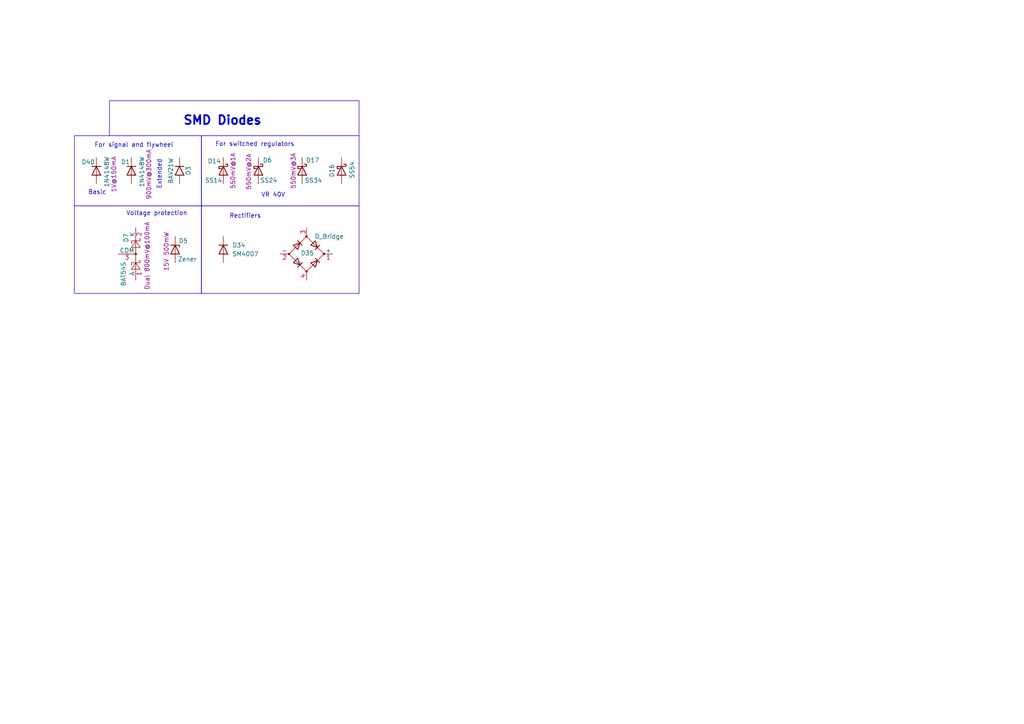
<source format=kicad_sch>
(kicad_sch (version 20231120) (generator "eeschema") (generator_version "8.0")
  (paper "A4")
  (lib_symbols
    (symbol "1_Library_GF:BAV21W" (pin_numbers hide) (pin_names hide)
      (property "Reference" "D" (at 0 2.54 0))
      (property "Value" "BAV21W" (at 0 -2.54 0))
      (property "Description" "50V 1A General Purpose Rectifier Diode, DO-41" (at 0 0 0))
      (symbol "BAV21W_0_1"
        (polyline (pts (xy -1.27 1.27) (xy -1.27 -1.27)) (stroke (width 0.254)))
        (polyline (pts (xy 1.27 1.27) (xy 1.27 -1.27) (xy -1.27 0) (xy 1.27 1.27)) (stroke (width 0.254)))
      )
      (symbol "BAV21W_1_1"
        (pin passive line (at -3.81 0 0) (length 2.54) (name "K") (number "1"))
        (pin passive line (at 3.81 0 180) (length 2.54) (name "A") (number "2"))
      )
    )
    (symbol "Device:D_Bridge_+-AA" (pin_names (offset 0))
      (property "Reference" "D" (at 2.54 6.985 0))
      (property "Value" "D_Bridge_+-AA" (at 2.54 5.08 0))
      (symbol "D_Bridge_+-AA_0_1"
        (circle (center -5.08 0) (radius 0.254) (fill (type outline)))
        (circle (center 0 -5.08) (radius 0.254) (fill (type outline)))
        (polyline (pts (xy -2.54 3.81) (xy -1.27 2.54)) (stroke (width 0.254)))
        (polyline (pts (xy -1.27 -2.54) (xy -2.54 -3.81)) (stroke (width 0.254)))
        (polyline (pts (xy 2.54 -1.27) (xy 3.81 -2.54)) (stroke (width 0.254)))
        (polyline (pts (xy 2.54 1.27) (xy 3.81 2.54)) (stroke (width 0.254)))
        (polyline (pts (xy -3.81 2.54) (xy -2.54 1.27) (xy -1.905 3.175) (xy -3.81 2.54)) (stroke (width 0.254)))
        (polyline (pts (xy -2.54 -1.27) (xy -3.81 -2.54) (xy -1.905 -3.175) (xy -2.54 -1.27)) (stroke (width 0.254)))
        (polyline (pts (xy 1.27 2.54) (xy 2.54 3.81) (xy 3.175 1.905) (xy 1.27 2.54)) (stroke (width 0.254)))
        (polyline (pts (xy 3.175 -1.905) (xy 1.27 -2.54) (xy 2.54 -3.81) (xy 3.175 -1.905)) (stroke (width 0.254)))
        (polyline (pts (xy -5.08 0) (xy 0 -5.08) (xy 5.08 0) (xy 0 5.08) (xy -5.08 0)))
        (circle (center 0 5.08) (radius 0.254) (fill (type outline)))
        (circle (center 5.08 0) (radius 0.254) (fill (type outline)))
      )
      (symbol "D_Bridge_+-AA_1_1"
        (pin passive line (at 7.62 0 180) (length 2.54) (name "+") (number "1"))
        (pin passive line (at -7.62 0 0) (length 2.54) (name "-") (number "2"))
        (pin passive line (at 0 7.62 270) (length 2.54) (name "~") (number "3"))
        (pin passive line (at 0 -7.62 90) (length 2.54) (name "~") (number "4"))
      )
    )
    (symbol "Device:D_Zener" (pin_numbers hide) (pin_names (offset 1.016) hide)
      (property "Reference" "D" (at 0 2.54 0))
      (property "Value" "D_Zener" (at 0 -2.54 0))
      (symbol "D_Zener_0_1"
        (polyline (pts (xy 1.27 0) (xy -1.27 0)))
        (polyline (pts (xy -1.27 -1.27) (xy -1.27 1.27) (xy -0.762 1.27)) (stroke (width 0.254)))
        (polyline (pts (xy 1.27 -1.27) (xy 1.27 1.27) (xy -1.27 0) (xy 1.27 -1.27)) (stroke (width 0.254)))
      )
      (symbol "D_Zener_1_1"
        (pin passive line (at -3.81 0 0) (length 2.54) (name "K") (number "1"))
        (pin passive line (at 3.81 0 180) (length 2.54) (name "A") (number "2"))
      )
    )
    (symbol "Diode:1N4148W" (pin_numbers hide) (pin_names hide)
      (property "Reference" "D" (at 0 2.54 0))
      (property "Value" "1N4148W" (at 0 -2.54 0))
      (symbol "1N4148W_0_1"
        (polyline (pts (xy -1.27 1.27) (xy -1.27 -1.27)) (stroke (width 0.254)))
        (polyline (pts (xy 1.27 0) (xy -1.27 0)))
        (polyline (pts (xy 1.27 1.27) (xy 1.27 -1.27) (xy -1.27 0) (xy 1.27 1.27)) (stroke (width 0.254)))
      )
      (symbol "1N4148W_1_1"
        (pin passive line (at -3.81 0 0) (length 2.54) (name "K") (number "1"))
        (pin passive line (at 3.81 0 180) (length 2.54) (name "A") (number "2"))
      )
    )
    (symbol "Diode:BAT54S" (pin_names (offset 0))
      (property "Reference" "D" (at 2.54 -5.08 0))
      (property "Value" "BAT54S" (at -6.35 3.175 0))
      (symbol "BAT54S_0_1"
        (polyline (pts (xy -3.81 0) (xy -1.27 0)))
        (polyline (pts (xy -3.175 -1.27) (xy -3.175 -1.016)))
        (polyline (pts (xy -2.54 -1.27) (xy -3.175 -1.27)))
        (polyline (pts (xy -2.54 -1.27) (xy -2.54 1.27)))
        (polyline (pts (xy -2.54 1.27) (xy -1.905 1.27)))
        (polyline (pts (xy -1.905 0) (xy 1.905 0)))
        (polyline (pts (xy -1.905 1.27) (xy -1.905 1.016)))
        (polyline (pts (xy 1.27 0) (xy 3.81 0)))
        (polyline (pts (xy 3.175 -1.27) (xy 3.175 -1.016)))
        (polyline (pts (xy 3.81 -1.27) (xy 3.175 -1.27)))
        (polyline (pts (xy 3.81 -1.27) (xy 3.81 1.27)))
        (polyline (pts (xy 3.81 1.27) (xy 4.445 1.27)))
        (polyline (pts (xy 4.445 1.27) (xy 4.445 1.016)))
        (polyline (pts (xy -4.445 1.27) (xy -4.445 -1.27) (xy -2.54 0) (xy -4.445 1.27)))
        (polyline (pts (xy 1.905 1.27) (xy 1.905 -1.27) (xy 3.81 0) (xy 1.905 1.27)))
        (circle (center 0 0) (radius 0.254) (fill (type outline)))
      )
      (symbol "BAT54S_1_1"
        (pin passive line (at -7.62 0 0) (length 3.81) (name "A") (number "1"))
        (pin passive line (at 7.62 0 180) (length 3.81) (name "K") (number "2"))
        (pin passive line (at 0 -5.08 90) (length 5.08) (name "COM") (number "3"))
      )
    )
    (symbol "Diode:SM4007" (pin_numbers hide) (pin_names hide)
      (property "Reference" "D" (at 0 2.54 0))
      (property "Value" "SM4007" (at 0 -2.54 0))
      (symbol "SM4007_0_1"
        (polyline (pts (xy -1.27 1.27) (xy -1.27 -1.27)) (stroke (width 0.254)))
        (polyline (pts (xy 1.27 0) (xy -1.27 0)))
        (polyline (pts (xy 1.27 1.27) (xy 1.27 -1.27) (xy -1.27 0) (xy 1.27 1.27)) (stroke (width 0.254)))
      )
      (symbol "SM4007_1_1"
        (pin passive line (at -3.81 0 0) (length 2.54) (name "K") (number "1"))
        (pin passive line (at 3.81 0 180) (length 2.54) (name "A") (number "2"))
      )
    )
    (symbol "Diode:SS14" (pin_numbers hide) (pin_names (offset 1.016) hide)
      (property "Reference" "D" (at 0 2.54 0))
      (property "Value" "SS14" (at 0 -2.54 0))
      (symbol "SS14_0_1"
        (polyline (pts (xy 1.27 0) (xy -1.27 0)))
        (polyline (pts (xy 1.27 1.27) (xy 1.27 -1.27) (xy -1.27 0) (xy 1.27 1.27)) (stroke (width 0.254)))
        (polyline (pts (xy -1.905 0.635) (xy -1.905 1.27) (xy -1.27 1.27) (xy -1.27 -1.27) (xy -0.635 -1.27) (xy -0.635 -0.635)) (stroke (width 0.254)))
      )
      (symbol "SS14_1_1"
        (pin passive line (at -3.81 0 0) (length 2.54) (name "K") (number "1"))
        (pin passive line (at 3.81 0 180) (length 2.54) (name "A") (number "2"))
      )
    )
    (symbol "Diode:SS34" (pin_numbers hide) (pin_names (offset 1.016) hide)
      (property "Reference" "D" (at 0 2.54 0))
      (property "Value" "SS34" (at 0 -2.54 0))
      (symbol "SS34_0_1"
        (polyline (pts (xy 1.27 0) (xy -1.27 0)))
        (polyline (pts (xy 1.27 1.27) (xy 1.27 -1.27) (xy -1.27 0) (xy 1.27 1.27)) (stroke (width 0.254)))
        (polyline (pts (xy -1.905 0.635) (xy -1.905 1.27) (xy -1.27 1.27) (xy -1.27 -1.27) (xy -0.635 -1.27) (xy -0.635 -0.635)) (stroke (width 0.254)))
      )
      (symbol "SS34_1_1"
        (pin passive line (at -3.81 0 0) (length 2.54) (name "K") (number "1"))
        (pin passive line (at 3.81 0 180) (length 2.54) (name "A") (number "2"))
      )
    )
  )
  (rectangle (start 21.59 39.37) (end 58.42 59.69))
  (rectangle (start 21.59 59.69) (end 58.42 85.09))
  (rectangle (start 31.75 29.21) (end 104.14 39.37))
  (rectangle (start 58.42 39.37) (end 104.14 59.69))
  (rectangle (start 58.42 59.69) (end 104.14 85.09))
  (text "For switched regulators" (at 73.914 41.91 0) (effects (font (size 1.27 1.27))))
  (text "Rectifiers" (at 71.12 62.738 0) (effects (font (size 1.27 1.27))))
  (text "SMD Diodes" (at 64.516 35.052 0) (effects (font (size 2.54 2.54) (thickness 0.508) (bold yes))))
  (text "Extended" (at 46.228 50.546 90) (effects (font (size 1.27 1.27))))
  (text "Basic" (at 28.194 55.88 0) (effects (font (size 1.27 1.27))))
  (text "For signal and flywheel" (at 38.862 42.164 0) (effects (font (size 1.27 1.27))))
  (text "VR 40V" (at 79.248 56.642 0) (effects (font (size 1.27 1.27))))
  (text "Voltage protection" (at 45.466 61.976 0) (effects (font (size 1.27 1.27))))
  (symbol (lib_id "Diode:SM4007") (at 64.77 72.39 270) (unit 1)
    (property "Reference" "D34" (at 67.31 71.1199 90) (effects (justify left)))
    (property "Value" "SM4007" (at 67.31 73.6599 90) (effects (justify left)))
    (property "Footprint" "Diode_SMD:D_MELF" (effects (hide yes)))
    (property "Datasheet" "http://cdn-reichelt.de/documents/datenblatt/A400/SMD1N400%23DIO.pdf" (effects (hide yes)))
    (property "Description" "1000V 1A General Purpose Rectifier Diode, MELF" (effects (hide yes)))
    (property "Sim.Device" "D" (effects (hide yes)))
    (property "Sim.Pins" "1=K 2=A" (effects (hide yes)))
  )
  (symbol (lib_id "Device:D_Zener") (at 50.8 72.39 270) (unit 1)
    (property "Reference" "D5" (at 51.816 69.85 90) (effects (justify left)))
    (property "Value" "Zener" (at 51.562 75.184 90) (effects (justify left)))
    (property "Footprint" "Diode_SMD:D_MiniMELF" (effects (hide yes)))
    (property "Datasheet" "https://www.lcsc.com/datasheet/C181075.pdf" (effects (hide yes)))
    (property "Description" "Zener Diode Independent 15.3V~17.1V 500mW Surface Mount LL-34(SOD-80)" (effects (hide yes)))
    (property "LCSC" "C181075" (effects (hide yes)))
    (property "Observations" "15V 500mW" (at 48.26 72.898 0))
  )
  (symbol (lib_id "1_Library_GF:BAV21W") (at 52.07 49.53 270) (unit 1)
    (property "Reference" "D3" (at 54.61 49.53 0))
    (property "Value" "BAV21W" (at 49.53 49.53 0))
    (property "Footprint" "Diode_SMD:D_SOD-123" (effects (hide yes)))
    (property "Datasheet" "https://www.lcsc.com/datasheet/lcsc_datasheet_2411211943_MDD-Microdiode-Semiconductor-BAV21W_C113947.pdf" (effects (hide yes)))
    (property "Description" "250V Independent Type 1.25V@200mA 50ns 200mA SOD-123 Switching Diodes ROHS" (effects (hide yes)))
    (property "Manufacturer " "MDD(Microdiode Semiconductor)" (effects (hide yes)))
    (property "Mfr. Part Number" "BAV21W" (effects (hide yes)))
    (property "LCSC" "C113947" (effects (hide yes)))
  )
  (symbol (lib_id "Diode:SS34") (at 99.06 49.53 270) (unit 1)
    (property "Reference" "D16" (at 96.266 49.53 0))
    (property "Value" "SS54" (at 102.108 49.276 0))
    (property "Footprint" "Diode_SMD:D_SMA" (effects (hide yes)))
    (property "Datasheet" "https://lcsc.com/datasheet/lcsc_datasheet_2410122011_TWGMC-SS54_C727065.pdf" (effects (hide yes)))
    (property "Description" "40V Independent Type 550mV@5A 5A SMA(DO-214AC) Schottky Diodes ROHS" (effects (hide yes)))
    (property "LCSC" "C727065" (effects (hide yes)))
    (property "Manufacturer " "TWGMC" (effects (hide yes)))
    (property "Mfr. Part Number" "SS54" (effects (hide yes)))
    (property "Observations" "Accepts other suppliers" (effects (hide yes)))
  )
  (symbol (lib_id "Diode:SS14") (at 74.93 49.53 270) (unit 1)
    (property "Reference" "D6" (at 76.2 46.482 90) (effects (justify left)))
    (property "Value" "SS24" (at 75.438 52.324 90) (effects (justify left)))
    (property "Footprint" "Diode_SMD:D_SMB" (effects (hide yes)))
    (property "Datasheet" "https://www.vishay.com/docs/88746/ss12.pdf" (effects (hide yes)))
    (property "Description" "40V 2A Schottky Diode, SMB" (effects (hide yes)))
    (property "LCSC" "C5190156" (effects (hide yes)))
    (property "Observations" "550mV@2A" (at 72.136 49.784 0))
  )
  (symbol (lib_id "Device:D_Bridge_+-AA") (at 88.9 73.66 0) (unit 1)
    (property "Reference" "D35" (at 89.154 73.406 0))
    (property "Value" "D_Bridge" (at 95.504 68.58 0))
    (property "Footprint" "Diode_SMD:Diode_Bridge_Diotec_ABS" (effects (hide yes)))
    (property "Datasheet" "https://www.lcsc.com/datasheet/C193012.pdf" (effects (hide yes)))
    (property "Description" "Diode bridge, +ve/-ve/AC/AC" (effects (hide yes)))
    (property "LCSC" "C193012" (effects (hide yes)))
  )
  (symbol (lib_id "Diode:1N4148W") (at 27.94 49.53 270) (unit 1)
    (property "Reference" "D40" (at 23.622 46.99 90) (effects (justify left)))
    (property "Value" "1N4148W" (at 30.988 54.356 0) (effects (justify right)))
    (property "Footprint" "Diode_SMD:D_SOD-123" (effects (hide yes)))
    (property "Datasheet" "https://www.vishay.com/docs/85748/1n4148w.pdf" (effects (hide yes)))
    (property "Description" "Diode Independent 100V 300mA Surface Mount SOD-123" (effects (hide yes)))
    (property "LCSC" "C81598" (effects (hide yes)))
    (property "Manufacturer " " ST(Semtech)" (effects (hide yes)))
    (property "Mfr. Part Number" "1N4148W" (effects (hide yes)))
    (property "Observations" "1V@150mA" (at 33.02 50.546 0))
  )
  (symbol (lib_id "Diode:BAT54S") (at 39.37 73.66 270) (mirror x) (unit 1)
    (property "Reference" "D7" (at 36.576 70.358 0) (effects (justify left)))
    (property "Value" "BAT54S" (at 35.814 83.058 0) (effects (justify left)))
    (property "Footprint" "Package_TO_SOT_SMD:SOT-23" (effects (hide yes)))
    (property "Datasheet" "https://www.diodes.com/assets/Datasheets/ds11005.pdf" (effects (hide yes)))
    (property "Description" "Vr 30V, If 200mA, Dual schottky barrier diode, in series, SOT-323" (effects (hide yes)))
    (property "LCSC" "C47546" (effects (hide yes)))
    (property "Observations" "Dual 800mV@100mA" (at 42.672 74.168 0))
  )
  (symbol (lib_id "Diode:1N4148W") (at 38.1 49.53 270) (unit 1)
    (property "Reference" "D1" (at 35.052 46.99 90) (effects (justify left)))
    (property "Value" "1N4148W" (at 41.148 54.356 0) (effects (justify right)))
    (property "Footprint" "Diode_SMD:D_SOD-123" (effects (hide yes)))
    (property "Datasheet" "https://www.vishay.com/docs/85748/1n4148w.pdf" (effects (hide yes)))
    (property "Description" "Diode Independent 100V 300mA Surface Mount SOD-123" (effects (hide yes)))
    (property "LCSC" "C83528" (effects (hide yes)))
    (property "Manufacturer " "DIODES" (effects (hide yes)))
    (property "Mfr. Part Number" "1N4148W-7-F" (effects (hide yes)))
    (property "Observations" "900mV@300mA" (at 43.18 50.546 0))
  )
  (symbol (lib_id "Diode:SS34") (at 87.63 49.53 270) (unit 1)
    (property "Reference" "D17" (at 90.678 46.482 90))
    (property "Value" "SS34" (at 90.932 52.324 90))
    (property "Footprint" "Diode_SMD:D_SMC_Handsoldering" (effects (hide yes)))
    (property "Datasheet" "https://www.lcsc.com/datasheet/lcsc_datasheet_2411211955_MDD-Microdiode-Semiconductor-SS34_C8678.pdf" (effects (hide yes)))
    (property "Description" "40V Independent Type 3A 550mV@3A SMA(DO-214AC) Schottky Diodes ROHS" (effects (hide yes)))
    (property "LCSC" "C8678" (effects (hide yes)))
    (property "Manufacturer " "MDD(Microdiode Semiconductor)" (effects (hide yes)))
    (property "Mfr. Part Number" "SS34" (effects (hide yes)))
    (property "Observations" "550mV@3A" (at 85.09 49.53 0))
  )
  (symbol (lib_id "Diode:SS14") (at 64.77 49.53 270) (unit 1)
    (property "Reference" "D14" (at 60.198 46.736 90) (effects (justify left)))
    (property "Value" "SS14" (at 59.436 52.324 90) (effects (justify left)))
    (property "Footprint" "Diode_SMD:D_SMA" (effects (hide yes)))
    (property "Datasheet" "https://www.vishay.com/docs/88746/ss12.pdf" (effects (hide yes)))
    (property "Description" "40V 1A Schottky Diode, SMA" (effects (hide yes)))
    (property "LCSC" "C2909920" (effects (hide yes)))
    (property "Observations" "550mV@1A" (at 67.564 49.53 0))
  )
)
</source>
